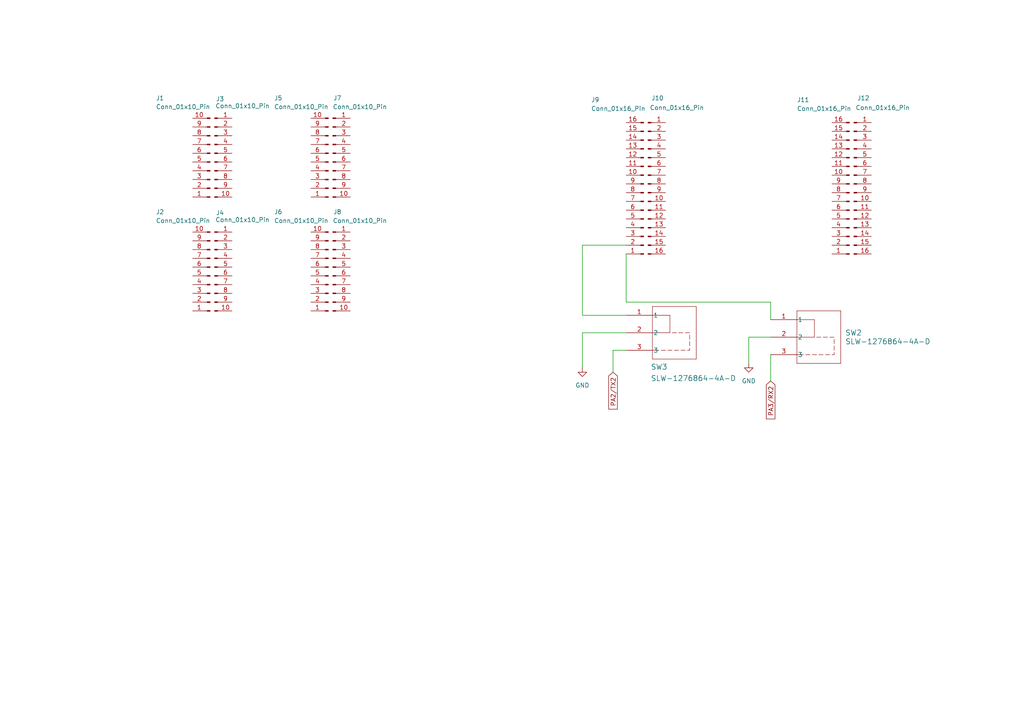
<source format=kicad_sch>
(kicad_sch (version 20231120) (generator "eeschema") (generator_version "8.0")
  (paper "A4")
  (title_block (title "Microcontroller Connectors") (date "2024-04-24") (company "UPV") (comment 1 "Hazan Justine"))
  (lib_symbols
    (symbol "Connector:Conn_01x10_Pin" (pin_names (offset 1.016) hide)
      (property "Reference" "J" (at 0 12.7 0))
      (property "Value" "Conn_01x10_Pin" (at 0 -15.24 0))
      (symbol "Conn_01x10_Pin_1_1"
        (polyline (pts (xy 1.27 -12.7) (xy 0.8636 -12.7)) (stroke (width 0.1524)))
        (polyline (pts (xy 1.27 -10.16) (xy 0.8636 -10.16)) (stroke (width 0.1524)))
        (polyline (pts (xy 1.27 -7.62) (xy 0.8636 -7.62)) (stroke (width 0.1524)))
        (polyline (pts (xy 1.27 -5.08) (xy 0.8636 -5.08)) (stroke (width 0.1524)))
        (polyline (pts (xy 1.27 -2.54) (xy 0.8636 -2.54)) (stroke (width 0.1524)))
        (polyline (pts (xy 1.27 0) (xy 0.8636 0)) (stroke (width 0.1524)))
        (polyline (pts (xy 1.27 2.54) (xy 0.8636 2.54)) (stroke (width 0.1524)))
        (polyline (pts (xy 1.27 5.08) (xy 0.8636 5.08)) (stroke (width 0.1524)))
        (polyline (pts (xy 1.27 7.62) (xy 0.8636 7.62)) (stroke (width 0.1524)))
        (polyline (pts (xy 1.27 10.16) (xy 0.8636 10.16)) (stroke (width 0.1524)))
        (rectangle (start 0.8636 -12.573) (end 0 -12.827) (stroke (width 0.1524)) (fill (type outline)))
        (rectangle (start 0.8636 -10.033) (end 0 -10.287) (stroke (width 0.1524)) (fill (type outline)))
        (rectangle (start 0.8636 -7.493) (end 0 -7.747) (stroke (width 0.1524)) (fill (type outline)))
        (rectangle (start 0.8636 -4.953) (end 0 -5.207) (stroke (width 0.1524)) (fill (type outline)))
        (rectangle (start 0.8636 -2.413) (end 0 -2.667) (stroke (width 0.1524)) (fill (type outline)))
        (rectangle (start 0.8636 0.127) (end 0 -0.127) (stroke (width 0.1524)) (fill (type outline)))
        (rectangle (start 0.8636 2.667) (end 0 2.413) (stroke (width 0.1524)) (fill (type outline)))
        (rectangle (start 0.8636 5.207) (end 0 4.953) (stroke (width 0.1524)) (fill (type outline)))
        (rectangle (start 0.8636 7.747) (end 0 7.493) (stroke (width 0.1524)) (fill (type outline)))
        (rectangle (start 0.8636 10.287) (end 0 10.033) (stroke (width 0.1524)) (fill (type outline)))
        (pin passive line (at 5.08 10.16 180) (length 3.81) (name "Pin_1") (number "1"))
        (pin passive line (at 5.08 -12.7 180) (length 3.81) (name "Pin_10") (number "10"))
        (pin passive line (at 5.08 7.62 180) (length 3.81) (name "Pin_2") (number "2"))
        (pin passive line (at 5.08 5.08 180) (length 3.81) (name "Pin_3") (number "3"))
        (pin passive line (at 5.08 2.54 180) (length 3.81) (name "Pin_4") (number "4"))
        (pin passive line (at 5.08 0 180) (length 3.81) (name "Pin_5") (number "5"))
        (pin passive line (at 5.08 -2.54 180) (length 3.81) (name "Pin_6") (number "6"))
        (pin passive line (at 5.08 -5.08 180) (length 3.81) (name "Pin_7") (number "7"))
        (pin passive line (at 5.08 -7.62 180) (length 3.81) (name "Pin_8") (number "8"))
        (pin passive line (at 5.08 -10.16 180) (length 3.81) (name "Pin_9") (number "9"))
      )
    )
    (symbol "Connector:Conn_01x16_Pin" (pin_names (offset 1.016) hide)
      (property "Reference" "J" (at 0 20.32 0))
      (property "Value" "Conn_01x16_Pin" (at 0 -22.86 0))
      (symbol "Conn_01x16_Pin_1_1"
        (polyline (pts (xy 1.27 -20.32) (xy 0.8636 -20.32)) (stroke (width 0.1524)))
        (polyline (pts (xy 1.27 -17.78) (xy 0.8636 -17.78)) (stroke (width 0.1524)))
        (polyline (pts (xy 1.27 -15.24) (xy 0.8636 -15.24)) (stroke (width 0.1524)))
        (polyline (pts (xy 1.27 -12.7) (xy 0.8636 -12.7)) (stroke (width 0.1524)))
        (polyline (pts (xy 1.27 -10.16) (xy 0.8636 -10.16)) (stroke (width 0.1524)))
        (polyline (pts (xy 1.27 -7.62) (xy 0.8636 -7.62)) (stroke (width 0.1524)))
        (polyline (pts (xy 1.27 -5.08) (xy 0.8636 -5.08)) (stroke (width 0.1524)))
        (polyline (pts (xy 1.27 -2.54) (xy 0.8636 -2.54)) (stroke (width 0.1524)))
        (polyline (pts (xy 1.27 0) (xy 0.8636 0)) (stroke (width 0.1524)))
        (polyline (pts (xy 1.27 2.54) (xy 0.8636 2.54)) (stroke (width 0.1524)))
        (polyline (pts (xy 1.27 5.08) (xy 0.8636 5.08)) (stroke (width 0.1524)))
        (polyline (pts (xy 1.27 7.62) (xy 0.8636 7.62)) (stroke (width 0.1524)))
        (polyline (pts (xy 1.27 10.16) (xy 0.8636 10.16)) (stroke (width 0.1524)))
        (polyline (pts (xy 1.27 12.7) (xy 0.8636 12.7)) (stroke (width 0.1524)))
        (polyline (pts (xy 1.27 15.24) (xy 0.8636 15.24)) (stroke (width 0.1524)))
        (polyline (pts (xy 1.27 17.78) (xy 0.8636 17.78)) (stroke (width 0.1524)))
        (rectangle (start 0.8636 -20.193) (end 0 -20.447) (stroke (width 0.1524)) (fill (type outline)))
        (rectangle (start 0.8636 -17.653) (end 0 -17.907) (stroke (width 0.1524)) (fill (type outline)))
        (rectangle (start 0.8636 -15.113) (end 0 -15.367) (stroke (width 0.1524)) (fill (type outline)))
        (rectangle (start 0.8636 -12.573) (end 0 -12.827) (stroke (width 0.1524)) (fill (type outline)))
        (rectangle (start 0.8636 -10.033) (end 0 -10.287) (stroke (width 0.1524)) (fill (type outline)))
        (rectangle (start 0.8636 -7.493) (end 0 -7.747) (stroke (width 0.1524)) (fill (type outline)))
        (rectangle (start 0.8636 -4.953) (end 0 -5.207) (stroke (width 0.1524)) (fill (type outline)))
        (rectangle (start 0.8636 -2.413) (end 0 -2.667) (stroke (width 0.1524)) (fill (type outline)))
        (rectangle (start 0.8636 0.127) (end 0 -0.127) (stroke (width 0.1524)) (fill (type outline)))
        (rectangle (start 0.8636 2.667) (end 0 2.413) (stroke (width 0.1524)) (fill (type outline)))
        (rectangle (start 0.8636 5.207) (end 0 4.953) (stroke (width 0.1524)) (fill (type outline)))
        (rectangle (start 0.8636 7.747) (end 0 7.493) (stroke (width 0.1524)) (fill (type outline)))
        (rectangle (start 0.8636 10.287) (end 0 10.033) (stroke (width 0.1524)) (fill (type outline)))
        (rectangle (start 0.8636 12.827) (end 0 12.573) (stroke (width 0.1524)) (fill (type outline)))
        (rectangle (start 0.8636 15.367) (end 0 15.113) (stroke (width 0.1524)) (fill (type outline)))
        (rectangle (start 0.8636 17.907) (end 0 17.653) (stroke (width 0.1524)) (fill (type outline)))
        (pin passive line (at 5.08 17.78 180) (length 3.81) (name "Pin_1") (number "1"))
        (pin passive line (at 5.08 -5.08 180) (length 3.81) (name "Pin_10") (number "10"))
        (pin passive line (at 5.08 -7.62 180) (length 3.81) (name "Pin_11") (number "11"))
        (pin passive line (at 5.08 -10.16 180) (length 3.81) (name "Pin_12") (number "12"))
        (pin passive line (at 5.08 -12.7 180) (length 3.81) (name "Pin_13") (number "13"))
        (pin passive line (at 5.08 -15.24 180) (length 3.81) (name "Pin_14") (number "14"))
        (pin passive line (at 5.08 -17.78 180) (length 3.81) (name "Pin_15") (number "15"))
        (pin passive line (at 5.08 -20.32 180) (length 3.81) (name "Pin_16") (number "16"))
        (pin passive line (at 5.08 15.24 180) (length 3.81) (name "Pin_2") (number "2"))
        (pin passive line (at 5.08 12.7 180) (length 3.81) (name "Pin_3") (number "3"))
        (pin passive line (at 5.08 10.16 180) (length 3.81) (name "Pin_4") (number "4"))
        (pin passive line (at 5.08 7.62 180) (length 3.81) (name "Pin_5") (number "5"))
        (pin passive line (at 5.08 5.08 180) (length 3.81) (name "Pin_6") (number "6"))
        (pin passive line (at 5.08 2.54 180) (length 3.81) (name "Pin_7") (number "7"))
        (pin passive line (at 5.08 0 180) (length 3.81) (name "Pin_8") (number "8"))
        (pin passive line (at 5.08 -2.54 180) (length 3.81) (name "Pin_9") (number "9"))
      )
    )
    (symbol "SLW_1276864_4A_D:SLW-1276864-4A-D" (pin_names (offset 0.254))
      (property "Reference" "SW" (at 20.32 7.62 0))
      (property "Value" "SLW-1276864-4A-D" (at 20.32 5.08 0))
      (symbol "SLW-1276864-4A-D_0_1"
        (polyline (pts (xy 7.62 -12.7) (xy 20.32 -12.7)) (stroke (width 0.127)))
        (polyline (pts (xy 7.62 0) (xy 12.7 0)) (stroke (width 0.127)))
        (polyline (pts (xy 7.62 2.54) (xy 7.62 -12.7)) (stroke (width 0.127)))
        (polyline (pts (xy 9.525 -10.16) (xy 7.62 -10.16)) (stroke (width 0.127)))
        (polyline (pts (xy 11.43 -10.16) (xy 10.16 -10.16)) (stroke (width 0.127)))
        (polyline (pts (xy 12.7 -5.08) (xy 7.62 -5.08)) (stroke (width 0.127)))
        (polyline (pts (xy 12.7 0) (xy 12.7 -5.08)) (stroke (width 0.127)))
        (polyline (pts (xy 13.335 -10.16) (xy 12.065 -10.16)) (stroke (width 0.127)))
        (polyline (pts (xy 13.335 -5.08) (xy 14.605 -5.08)) (stroke (width 0.127)))
        (polyline (pts (xy 15.24 -10.16) (xy 13.97 -10.16)) (stroke (width 0.127)))
        (polyline (pts (xy 15.24 -5.08) (xy 16.51 -5.08)) (stroke (width 0.127)))
        (polyline (pts (xy 17.145 -10.16) (xy 15.875 -10.16)) (stroke (width 0.127)))
        (polyline (pts (xy 17.145 -5.08) (xy 18.415 -5.08)) (stroke (width 0.127)))
        (polyline (pts (xy 17.78 -10.16) (xy 18.415 -10.16)) (stroke (width 0.127)))
        (polyline (pts (xy 18.415 -9.525) (xy 18.415 -10.16)) (stroke (width 0.127)))
        (polyline (pts (xy 18.415 -7.62) (xy 18.415 -8.89)) (stroke (width 0.127)))
        (polyline (pts (xy 18.415 -5.715) (xy 18.415 -6.985)) (stroke (width 0.127)))
        (polyline (pts (xy 20.32 -12.7) (xy 20.32 2.54)) (stroke (width 0.127)))
        (polyline (pts (xy 20.32 2.54) (xy 7.62 2.54)) (stroke (width 0.127)))
        (pin unspecified line (at 0 0 0) (length 7.62) (name "1") (number "1"))
        (pin unspecified line (at 0 -5.08 0) (length 7.62) (name "2") (number "2"))
        (pin unspecified line (at 0 -10.16 0) (length 7.62) (name "3") (number "3"))
      )
    )
    (symbol "power:GND" (power) (pin_numbers hide) (pin_names (offset 0) hide)
      (property "Value" "GND" (at 0 -3.81 0))
      (symbol "GND_0_1"
        (polyline (pts (xy 0 0) (xy 0 -1.27) (xy 1.27 -1.27) (xy 0 -2.54) (xy -1.27 -1.27) (xy 0 -1.27)))
      )
      (symbol "GND_1_1"
        (pin power_in line (at 0 0 270) (length 0) (name "~") (number "1"))
      )
    )
  )
  (wire (pts (xy 181.61 71.12) (xy 168.91 71.12)))
  (wire (pts (xy 223.52 102.87) (xy 223.52 110.49)))
  (wire (pts (xy 223.52 87.63) (xy 223.52 92.71)))
  (wire (pts (xy 168.91 71.12) (xy 168.91 91.44)))
  (wire (pts (xy 168.91 96.52) (xy 181.61 96.52)))
  (wire (pts (xy 168.91 91.44) (xy 181.61 91.44)))
  (wire (pts (xy 177.8 107.95) (xy 177.8 101.6)))
  (wire (pts (xy 181.61 73.66) (xy 181.61 87.63)))
  (wire (pts (xy 217.17 97.79) (xy 223.52 97.79)))
  (wire (pts (xy 181.61 87.63) (xy 223.52 87.63)))
  (wire (pts (xy 217.17 105.41) (xy 217.17 97.79)))
  (wire (pts (xy 168.91 106.68) (xy 168.91 96.52)))
  (wire (pts (xy 177.8 101.6) (xy 181.61 101.6)))
  (global_label "PA2{slash}TX2" (shape input) (at 177.8 107.95 270) (property "Intersheetrefs" "${INTERSHEET_REFS}" (effects (hide yes))))
  (global_label "PA3{slash}RX2" (shape input) (at 223.52 110.49 270) (property "Intersheetrefs" "${INTERSHEET_REFS}" (effects (hide yes))))
  (symbol (lib_id "Connector:Conn_01x10_Pin") (at 60.96 46.99 180) (unit 1)
    (property "Reference" "J1" (at 45.212 28.448 0) (effects (justify right)))
    (property "Value" "Conn_01x10_Pin" (at 45.212 30.988 0) (effects (justify right)))
    (property "Description" "Generic connector, single row, 01x10, script generated" (effects (hide yes)))
  )
  (symbol (lib_id "Connector:Conn_01x16_Pin") (at 246.38 55.88 180) (unit 1)
    (property "Reference" "J11" (at 231.14 28.956 0) (effects (justify right)))
    (property "Value" "Conn_01x16_Pin" (at 231.14 31.496 0) (effects (justify right)))
    (property "Description" "Generic connector, single row, 01x16, script generated" (effects (hide yes)))
  )
  (symbol (lib_id "Connector:Conn_01x10_Pin") (at 95.25 80.01 180) (unit 1)
    (property "Reference" "J6" (at 79.502 61.468 0) (effects (justify right)))
    (property "Value" "Conn_01x10_Pin" (at 79.502 64.008 0) (effects (justify right)))
    (property "Description" "Generic connector, single row, 01x10, script generated" (effects (hide yes)))
  )
  (symbol (lib_id "Connector:Conn_01x16_Pin") (at 186.69 55.88 180) (unit 1)
    (property "Reference" "J9" (at 171.45 28.956 0) (effects (justify right)))
    (property "Value" "Conn_01x16_Pin" (at 171.45 31.496 0) (effects (justify right)))
    (property "Description" "Generic connector, single row, 01x16, script generated" (effects (hide yes)))
  )
  (symbol (lib_id "Connector:Conn_01x16_Pin") (at 187.96 53.34 0) (unit 1)
    (property "Reference" "J10" (at 192.532 28.448 0) (effects (justify right)))
    (property "Value" "Conn_01x16_Pin" (at 204.216 31.242 0) (effects (justify right)))
    (property "Description" "Generic connector, single row, 01x16, script generated" (effects (hide yes)))
  )
  (symbol (lib_id "Connector:Conn_01x10_Pin") (at 62.23 77.47 0) (unit 1)
    (property "Reference" "J4" (at 65.024 61.722 0) (effects (justify right)))
    (property "Value" "Conn_01x10_Pin" (at 78.232 63.754 0) (effects (justify right)))
    (property "Description" "Generic connector, single row, 01x10, script generated" (effects (hide yes)))
  )
  (symbol (lib_id "Connector:Conn_01x10_Pin") (at 96.52 44.45 0) (unit 1)
    (property "Reference" "J7" (at 99.06 28.448 0) (effects (justify right)))
    (property "Value" "Conn_01x10_Pin" (at 112.268 30.988 0) (effects (justify right)))
    (property "Description" "Generic connector, single row, 01x10, script generated" (effects (hide yes)))
  )
  (symbol (lib_id "Connector:Conn_01x16_Pin") (at 247.65 53.34 0) (unit 1)
    (property "Reference" "J12" (at 252.222 28.448 0) (effects (justify right)))
    (property "Value" "Conn_01x16_Pin" (at 263.906 31.242 0) (effects (justify right)))
    (property "Description" "Generic connector, single row, 01x16, script generated" (effects (hide yes)))
  )
  (symbol (lib_id "Connector:Conn_01x10_Pin") (at 95.25 46.99 180) (unit 1)
    (property "Reference" "J5" (at 79.502 28.448 0) (effects (justify right)))
    (property "Value" "Conn_01x10_Pin" (at 79.502 30.988 0) (effects (justify right)))
    (property "Description" "Generic connector, single row, 01x10, script generated" (effects (hide yes)))
  )
  (symbol (lib_id "SLW_1276864_4A_D:SLW-1276864-4A-D") (at 223.52 92.71 0) (unit 1)
    (property "Reference" "SW2" (at 245.11 96.5199 0) (effects (font (size 1.524 1.524)) (justify left)))
    (property "Value" "SLW-1276864-4A-D" (at 245.11 99.0599 0) (effects (font (size 1.524 1.524)) (justify left)))
    (property "Footprint" "SLW_1276864_4A_D:SLW-1276864_CUD" (effects (hide yes)))
    (property "Datasheet" "SLW-1276864-4A-D" (effects (hide yes)))
  )
  (symbol (lib_id "power:GND") (at 168.91 106.68 0) (unit 1)
    (property "Reference" "#PWR08" (effects (hide yes)))
    (property "Value" "GND" (at 168.91 111.76 0))
    (property "Description" "Power symbol creates a global label with name \"GND\" , ground" (effects (hide yes)))
  )
  (symbol (lib_id "Connector:Conn_01x10_Pin") (at 62.23 44.45 0) (unit 1)
    (property "Reference" "J3" (at 65.024 28.702 0) (effects (justify right)))
    (property "Value" "Conn_01x10_Pin" (at 78.232 30.734 0) (effects (justify right)))
    (property "Description" "Generic connector, single row, 01x10, script generated" (effects (hide yes)))
  )
  (symbol (lib_id "Connector:Conn_01x10_Pin") (at 60.96 80.01 180) (unit 1)
    (property "Reference" "J2" (at 45.212 61.468 0) (effects (justify right)))
    (property "Value" "Conn_01x10_Pin" (at 45.212 64.008 0) (effects (justify right)))
    (property "Description" "Generic connector, single row, 01x10, script generated" (effects (hide yes)))
  )
  (symbol (lib_id "Connector:Conn_01x10_Pin") (at 96.52 77.47 0) (unit 1)
    (property "Reference" "J8" (at 99.06 61.468 0) (effects (justify right)))
    (property "Value" "Conn_01x10_Pin" (at 112.268 64.008 0) (effects (justify right)))
    (property "Description" "Generic connector, single row, 01x10, script generated" (effects (hide yes)))
  )
  (symbol (lib_id "power:GND") (at 217.17 105.41 0) (unit 1)
    (property "Reference" "#PWR09" (effects (hide yes)))
    (property "Value" "GND" (at 217.17 110.49 0))
    (property "Description" "Power symbol creates a global label with name \"GND\" , ground" (effects (hide yes)))
  )
  (symbol (lib_id "SLW_1276864_4A_D:SLW-1276864-4A-D") (at 181.61 91.44 0) (unit 1)
    (property "Reference" "SW3" (at 188.722 106.426 0) (effects (font (size 1.524 1.524)) (justify left)))
    (property "Value" "SLW-1276864-4A-D" (at 188.722 109.728 0) (effects (font (size 1.524 1.524)) (justify left)))
    (property "Footprint" "SLW_1276864_4A_D:SLW-1276864_CUD" (effects (hide yes)))
    (property "Datasheet" "SLW-1276864-4A-D" (effects (hide yes)))
  )
)
</source>
